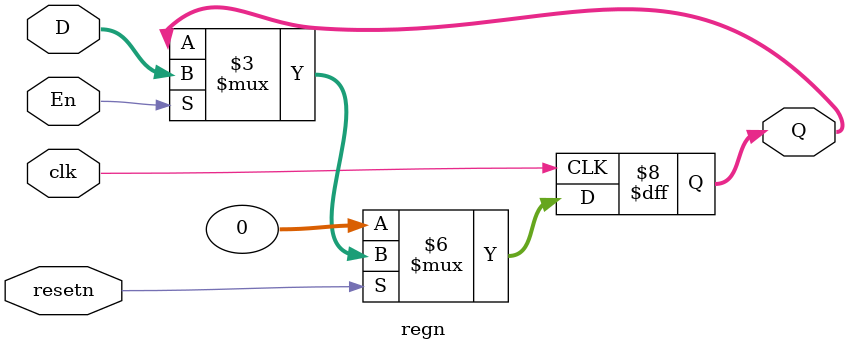
<source format=v>
module regn #(
    parameter n = 32
) (
    input wire [n-1:0] D,
    input wire resetn,
    input wire En,
    input wire clk,
    output reg [n-1:0] Q
);
  always @(posedge clk)
    if (!resetn) Q <= 0;
    else if (En) Q <= D;
endmodule
</source>
